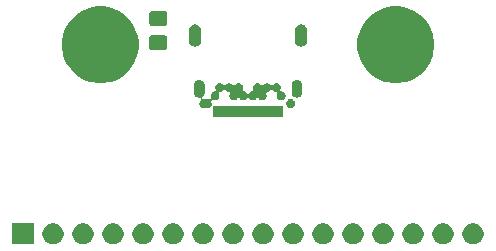
<source format=gbr>
G04 #@! TF.GenerationSoftware,KiCad,Pcbnew,(5.1.5)-3*
G04 #@! TF.CreationDate,2020-05-05T01:34:39+02:00*
G04 #@! TF.ProjectId,USB-C-USB-3.2,5553422d-432d-4555-9342-2d332e322e6b,rev?*
G04 #@! TF.SameCoordinates,Original*
G04 #@! TF.FileFunction,Soldermask,Top*
G04 #@! TF.FilePolarity,Negative*
%FSLAX46Y46*%
G04 Gerber Fmt 4.6, Leading zero omitted, Abs format (unit mm)*
G04 Created by KiCad (PCBNEW (5.1.5)-3) date 2020-05-05 01:34:39*
%MOMM*%
%LPD*%
G04 APERTURE LIST*
%ADD10C,0.100000*%
G04 APERTURE END LIST*
D10*
G36*
X66103512Y-76103927D02*
G01*
X66252812Y-76133624D01*
X66416784Y-76201544D01*
X66564354Y-76300147D01*
X66689853Y-76425646D01*
X66788456Y-76573216D01*
X66856376Y-76737188D01*
X66891000Y-76911259D01*
X66891000Y-77088741D01*
X66856376Y-77262812D01*
X66788456Y-77426784D01*
X66689853Y-77574354D01*
X66564354Y-77699853D01*
X66416784Y-77798456D01*
X66252812Y-77866376D01*
X66103512Y-77896073D01*
X66078742Y-77901000D01*
X65901258Y-77901000D01*
X65876488Y-77896073D01*
X65727188Y-77866376D01*
X65563216Y-77798456D01*
X65415646Y-77699853D01*
X65290147Y-77574354D01*
X65191544Y-77426784D01*
X65123624Y-77262812D01*
X65089000Y-77088741D01*
X65089000Y-76911259D01*
X65123624Y-76737188D01*
X65191544Y-76573216D01*
X65290147Y-76425646D01*
X65415646Y-76300147D01*
X65563216Y-76201544D01*
X65727188Y-76133624D01*
X65876488Y-76103927D01*
X65901258Y-76099000D01*
X66078742Y-76099000D01*
X66103512Y-76103927D01*
G37*
G36*
X86423512Y-76103927D02*
G01*
X86572812Y-76133624D01*
X86736784Y-76201544D01*
X86884354Y-76300147D01*
X87009853Y-76425646D01*
X87108456Y-76573216D01*
X87176376Y-76737188D01*
X87211000Y-76911259D01*
X87211000Y-77088741D01*
X87176376Y-77262812D01*
X87108456Y-77426784D01*
X87009853Y-77574354D01*
X86884354Y-77699853D01*
X86736784Y-77798456D01*
X86572812Y-77866376D01*
X86423512Y-77896073D01*
X86398742Y-77901000D01*
X86221258Y-77901000D01*
X86196488Y-77896073D01*
X86047188Y-77866376D01*
X85883216Y-77798456D01*
X85735646Y-77699853D01*
X85610147Y-77574354D01*
X85511544Y-77426784D01*
X85443624Y-77262812D01*
X85409000Y-77088741D01*
X85409000Y-76911259D01*
X85443624Y-76737188D01*
X85511544Y-76573216D01*
X85610147Y-76425646D01*
X85735646Y-76300147D01*
X85883216Y-76201544D01*
X86047188Y-76133624D01*
X86196488Y-76103927D01*
X86221258Y-76099000D01*
X86398742Y-76099000D01*
X86423512Y-76103927D01*
G37*
G36*
X64351000Y-77901000D02*
G01*
X62549000Y-77901000D01*
X62549000Y-76099000D01*
X64351000Y-76099000D01*
X64351000Y-77901000D01*
G37*
G36*
X101663512Y-76103927D02*
G01*
X101812812Y-76133624D01*
X101976784Y-76201544D01*
X102124354Y-76300147D01*
X102249853Y-76425646D01*
X102348456Y-76573216D01*
X102416376Y-76737188D01*
X102451000Y-76911259D01*
X102451000Y-77088741D01*
X102416376Y-77262812D01*
X102348456Y-77426784D01*
X102249853Y-77574354D01*
X102124354Y-77699853D01*
X101976784Y-77798456D01*
X101812812Y-77866376D01*
X101663512Y-77896073D01*
X101638742Y-77901000D01*
X101461258Y-77901000D01*
X101436488Y-77896073D01*
X101287188Y-77866376D01*
X101123216Y-77798456D01*
X100975646Y-77699853D01*
X100850147Y-77574354D01*
X100751544Y-77426784D01*
X100683624Y-77262812D01*
X100649000Y-77088741D01*
X100649000Y-76911259D01*
X100683624Y-76737188D01*
X100751544Y-76573216D01*
X100850147Y-76425646D01*
X100975646Y-76300147D01*
X101123216Y-76201544D01*
X101287188Y-76133624D01*
X101436488Y-76103927D01*
X101461258Y-76099000D01*
X101638742Y-76099000D01*
X101663512Y-76103927D01*
G37*
G36*
X96583512Y-76103927D02*
G01*
X96732812Y-76133624D01*
X96896784Y-76201544D01*
X97044354Y-76300147D01*
X97169853Y-76425646D01*
X97268456Y-76573216D01*
X97336376Y-76737188D01*
X97371000Y-76911259D01*
X97371000Y-77088741D01*
X97336376Y-77262812D01*
X97268456Y-77426784D01*
X97169853Y-77574354D01*
X97044354Y-77699853D01*
X96896784Y-77798456D01*
X96732812Y-77866376D01*
X96583512Y-77896073D01*
X96558742Y-77901000D01*
X96381258Y-77901000D01*
X96356488Y-77896073D01*
X96207188Y-77866376D01*
X96043216Y-77798456D01*
X95895646Y-77699853D01*
X95770147Y-77574354D01*
X95671544Y-77426784D01*
X95603624Y-77262812D01*
X95569000Y-77088741D01*
X95569000Y-76911259D01*
X95603624Y-76737188D01*
X95671544Y-76573216D01*
X95770147Y-76425646D01*
X95895646Y-76300147D01*
X96043216Y-76201544D01*
X96207188Y-76133624D01*
X96356488Y-76103927D01*
X96381258Y-76099000D01*
X96558742Y-76099000D01*
X96583512Y-76103927D01*
G37*
G36*
X94043512Y-76103927D02*
G01*
X94192812Y-76133624D01*
X94356784Y-76201544D01*
X94504354Y-76300147D01*
X94629853Y-76425646D01*
X94728456Y-76573216D01*
X94796376Y-76737188D01*
X94831000Y-76911259D01*
X94831000Y-77088741D01*
X94796376Y-77262812D01*
X94728456Y-77426784D01*
X94629853Y-77574354D01*
X94504354Y-77699853D01*
X94356784Y-77798456D01*
X94192812Y-77866376D01*
X94043512Y-77896073D01*
X94018742Y-77901000D01*
X93841258Y-77901000D01*
X93816488Y-77896073D01*
X93667188Y-77866376D01*
X93503216Y-77798456D01*
X93355646Y-77699853D01*
X93230147Y-77574354D01*
X93131544Y-77426784D01*
X93063624Y-77262812D01*
X93029000Y-77088741D01*
X93029000Y-76911259D01*
X93063624Y-76737188D01*
X93131544Y-76573216D01*
X93230147Y-76425646D01*
X93355646Y-76300147D01*
X93503216Y-76201544D01*
X93667188Y-76133624D01*
X93816488Y-76103927D01*
X93841258Y-76099000D01*
X94018742Y-76099000D01*
X94043512Y-76103927D01*
G37*
G36*
X91503512Y-76103927D02*
G01*
X91652812Y-76133624D01*
X91816784Y-76201544D01*
X91964354Y-76300147D01*
X92089853Y-76425646D01*
X92188456Y-76573216D01*
X92256376Y-76737188D01*
X92291000Y-76911259D01*
X92291000Y-77088741D01*
X92256376Y-77262812D01*
X92188456Y-77426784D01*
X92089853Y-77574354D01*
X91964354Y-77699853D01*
X91816784Y-77798456D01*
X91652812Y-77866376D01*
X91503512Y-77896073D01*
X91478742Y-77901000D01*
X91301258Y-77901000D01*
X91276488Y-77896073D01*
X91127188Y-77866376D01*
X90963216Y-77798456D01*
X90815646Y-77699853D01*
X90690147Y-77574354D01*
X90591544Y-77426784D01*
X90523624Y-77262812D01*
X90489000Y-77088741D01*
X90489000Y-76911259D01*
X90523624Y-76737188D01*
X90591544Y-76573216D01*
X90690147Y-76425646D01*
X90815646Y-76300147D01*
X90963216Y-76201544D01*
X91127188Y-76133624D01*
X91276488Y-76103927D01*
X91301258Y-76099000D01*
X91478742Y-76099000D01*
X91503512Y-76103927D01*
G37*
G36*
X88963512Y-76103927D02*
G01*
X89112812Y-76133624D01*
X89276784Y-76201544D01*
X89424354Y-76300147D01*
X89549853Y-76425646D01*
X89648456Y-76573216D01*
X89716376Y-76737188D01*
X89751000Y-76911259D01*
X89751000Y-77088741D01*
X89716376Y-77262812D01*
X89648456Y-77426784D01*
X89549853Y-77574354D01*
X89424354Y-77699853D01*
X89276784Y-77798456D01*
X89112812Y-77866376D01*
X88963512Y-77896073D01*
X88938742Y-77901000D01*
X88761258Y-77901000D01*
X88736488Y-77896073D01*
X88587188Y-77866376D01*
X88423216Y-77798456D01*
X88275646Y-77699853D01*
X88150147Y-77574354D01*
X88051544Y-77426784D01*
X87983624Y-77262812D01*
X87949000Y-77088741D01*
X87949000Y-76911259D01*
X87983624Y-76737188D01*
X88051544Y-76573216D01*
X88150147Y-76425646D01*
X88275646Y-76300147D01*
X88423216Y-76201544D01*
X88587188Y-76133624D01*
X88736488Y-76103927D01*
X88761258Y-76099000D01*
X88938742Y-76099000D01*
X88963512Y-76103927D01*
G37*
G36*
X99123512Y-76103927D02*
G01*
X99272812Y-76133624D01*
X99436784Y-76201544D01*
X99584354Y-76300147D01*
X99709853Y-76425646D01*
X99808456Y-76573216D01*
X99876376Y-76737188D01*
X99911000Y-76911259D01*
X99911000Y-77088741D01*
X99876376Y-77262812D01*
X99808456Y-77426784D01*
X99709853Y-77574354D01*
X99584354Y-77699853D01*
X99436784Y-77798456D01*
X99272812Y-77866376D01*
X99123512Y-77896073D01*
X99098742Y-77901000D01*
X98921258Y-77901000D01*
X98896488Y-77896073D01*
X98747188Y-77866376D01*
X98583216Y-77798456D01*
X98435646Y-77699853D01*
X98310147Y-77574354D01*
X98211544Y-77426784D01*
X98143624Y-77262812D01*
X98109000Y-77088741D01*
X98109000Y-76911259D01*
X98143624Y-76737188D01*
X98211544Y-76573216D01*
X98310147Y-76425646D01*
X98435646Y-76300147D01*
X98583216Y-76201544D01*
X98747188Y-76133624D01*
X98896488Y-76103927D01*
X98921258Y-76099000D01*
X99098742Y-76099000D01*
X99123512Y-76103927D01*
G37*
G36*
X81343512Y-76103927D02*
G01*
X81492812Y-76133624D01*
X81656784Y-76201544D01*
X81804354Y-76300147D01*
X81929853Y-76425646D01*
X82028456Y-76573216D01*
X82096376Y-76737188D01*
X82131000Y-76911259D01*
X82131000Y-77088741D01*
X82096376Y-77262812D01*
X82028456Y-77426784D01*
X81929853Y-77574354D01*
X81804354Y-77699853D01*
X81656784Y-77798456D01*
X81492812Y-77866376D01*
X81343512Y-77896073D01*
X81318742Y-77901000D01*
X81141258Y-77901000D01*
X81116488Y-77896073D01*
X80967188Y-77866376D01*
X80803216Y-77798456D01*
X80655646Y-77699853D01*
X80530147Y-77574354D01*
X80431544Y-77426784D01*
X80363624Y-77262812D01*
X80329000Y-77088741D01*
X80329000Y-76911259D01*
X80363624Y-76737188D01*
X80431544Y-76573216D01*
X80530147Y-76425646D01*
X80655646Y-76300147D01*
X80803216Y-76201544D01*
X80967188Y-76133624D01*
X81116488Y-76103927D01*
X81141258Y-76099000D01*
X81318742Y-76099000D01*
X81343512Y-76103927D01*
G37*
G36*
X78803512Y-76103927D02*
G01*
X78952812Y-76133624D01*
X79116784Y-76201544D01*
X79264354Y-76300147D01*
X79389853Y-76425646D01*
X79488456Y-76573216D01*
X79556376Y-76737188D01*
X79591000Y-76911259D01*
X79591000Y-77088741D01*
X79556376Y-77262812D01*
X79488456Y-77426784D01*
X79389853Y-77574354D01*
X79264354Y-77699853D01*
X79116784Y-77798456D01*
X78952812Y-77866376D01*
X78803512Y-77896073D01*
X78778742Y-77901000D01*
X78601258Y-77901000D01*
X78576488Y-77896073D01*
X78427188Y-77866376D01*
X78263216Y-77798456D01*
X78115646Y-77699853D01*
X77990147Y-77574354D01*
X77891544Y-77426784D01*
X77823624Y-77262812D01*
X77789000Y-77088741D01*
X77789000Y-76911259D01*
X77823624Y-76737188D01*
X77891544Y-76573216D01*
X77990147Y-76425646D01*
X78115646Y-76300147D01*
X78263216Y-76201544D01*
X78427188Y-76133624D01*
X78576488Y-76103927D01*
X78601258Y-76099000D01*
X78778742Y-76099000D01*
X78803512Y-76103927D01*
G37*
G36*
X76263512Y-76103927D02*
G01*
X76412812Y-76133624D01*
X76576784Y-76201544D01*
X76724354Y-76300147D01*
X76849853Y-76425646D01*
X76948456Y-76573216D01*
X77016376Y-76737188D01*
X77051000Y-76911259D01*
X77051000Y-77088741D01*
X77016376Y-77262812D01*
X76948456Y-77426784D01*
X76849853Y-77574354D01*
X76724354Y-77699853D01*
X76576784Y-77798456D01*
X76412812Y-77866376D01*
X76263512Y-77896073D01*
X76238742Y-77901000D01*
X76061258Y-77901000D01*
X76036488Y-77896073D01*
X75887188Y-77866376D01*
X75723216Y-77798456D01*
X75575646Y-77699853D01*
X75450147Y-77574354D01*
X75351544Y-77426784D01*
X75283624Y-77262812D01*
X75249000Y-77088741D01*
X75249000Y-76911259D01*
X75283624Y-76737188D01*
X75351544Y-76573216D01*
X75450147Y-76425646D01*
X75575646Y-76300147D01*
X75723216Y-76201544D01*
X75887188Y-76133624D01*
X76036488Y-76103927D01*
X76061258Y-76099000D01*
X76238742Y-76099000D01*
X76263512Y-76103927D01*
G37*
G36*
X73723512Y-76103927D02*
G01*
X73872812Y-76133624D01*
X74036784Y-76201544D01*
X74184354Y-76300147D01*
X74309853Y-76425646D01*
X74408456Y-76573216D01*
X74476376Y-76737188D01*
X74511000Y-76911259D01*
X74511000Y-77088741D01*
X74476376Y-77262812D01*
X74408456Y-77426784D01*
X74309853Y-77574354D01*
X74184354Y-77699853D01*
X74036784Y-77798456D01*
X73872812Y-77866376D01*
X73723512Y-77896073D01*
X73698742Y-77901000D01*
X73521258Y-77901000D01*
X73496488Y-77896073D01*
X73347188Y-77866376D01*
X73183216Y-77798456D01*
X73035646Y-77699853D01*
X72910147Y-77574354D01*
X72811544Y-77426784D01*
X72743624Y-77262812D01*
X72709000Y-77088741D01*
X72709000Y-76911259D01*
X72743624Y-76737188D01*
X72811544Y-76573216D01*
X72910147Y-76425646D01*
X73035646Y-76300147D01*
X73183216Y-76201544D01*
X73347188Y-76133624D01*
X73496488Y-76103927D01*
X73521258Y-76099000D01*
X73698742Y-76099000D01*
X73723512Y-76103927D01*
G37*
G36*
X71183512Y-76103927D02*
G01*
X71332812Y-76133624D01*
X71496784Y-76201544D01*
X71644354Y-76300147D01*
X71769853Y-76425646D01*
X71868456Y-76573216D01*
X71936376Y-76737188D01*
X71971000Y-76911259D01*
X71971000Y-77088741D01*
X71936376Y-77262812D01*
X71868456Y-77426784D01*
X71769853Y-77574354D01*
X71644354Y-77699853D01*
X71496784Y-77798456D01*
X71332812Y-77866376D01*
X71183512Y-77896073D01*
X71158742Y-77901000D01*
X70981258Y-77901000D01*
X70956488Y-77896073D01*
X70807188Y-77866376D01*
X70643216Y-77798456D01*
X70495646Y-77699853D01*
X70370147Y-77574354D01*
X70271544Y-77426784D01*
X70203624Y-77262812D01*
X70169000Y-77088741D01*
X70169000Y-76911259D01*
X70203624Y-76737188D01*
X70271544Y-76573216D01*
X70370147Y-76425646D01*
X70495646Y-76300147D01*
X70643216Y-76201544D01*
X70807188Y-76133624D01*
X70956488Y-76103927D01*
X70981258Y-76099000D01*
X71158742Y-76099000D01*
X71183512Y-76103927D01*
G37*
G36*
X68643512Y-76103927D02*
G01*
X68792812Y-76133624D01*
X68956784Y-76201544D01*
X69104354Y-76300147D01*
X69229853Y-76425646D01*
X69328456Y-76573216D01*
X69396376Y-76737188D01*
X69431000Y-76911259D01*
X69431000Y-77088741D01*
X69396376Y-77262812D01*
X69328456Y-77426784D01*
X69229853Y-77574354D01*
X69104354Y-77699853D01*
X68956784Y-77798456D01*
X68792812Y-77866376D01*
X68643512Y-77896073D01*
X68618742Y-77901000D01*
X68441258Y-77901000D01*
X68416488Y-77896073D01*
X68267188Y-77866376D01*
X68103216Y-77798456D01*
X67955646Y-77699853D01*
X67830147Y-77574354D01*
X67731544Y-77426784D01*
X67663624Y-77262812D01*
X67629000Y-77088741D01*
X67629000Y-76911259D01*
X67663624Y-76737188D01*
X67731544Y-76573216D01*
X67830147Y-76425646D01*
X67955646Y-76300147D01*
X68103216Y-76201544D01*
X68267188Y-76133624D01*
X68416488Y-76103927D01*
X68441258Y-76099000D01*
X68618742Y-76099000D01*
X68643512Y-76103927D01*
G37*
G36*
X83883512Y-76103927D02*
G01*
X84032812Y-76133624D01*
X84196784Y-76201544D01*
X84344354Y-76300147D01*
X84469853Y-76425646D01*
X84568456Y-76573216D01*
X84636376Y-76737188D01*
X84671000Y-76911259D01*
X84671000Y-77088741D01*
X84636376Y-77262812D01*
X84568456Y-77426784D01*
X84469853Y-77574354D01*
X84344354Y-77699853D01*
X84196784Y-77798456D01*
X84032812Y-77866376D01*
X83883512Y-77896073D01*
X83858742Y-77901000D01*
X83681258Y-77901000D01*
X83656488Y-77896073D01*
X83507188Y-77866376D01*
X83343216Y-77798456D01*
X83195646Y-77699853D01*
X83070147Y-77574354D01*
X82971544Y-77426784D01*
X82903624Y-77262812D01*
X82869000Y-77088741D01*
X82869000Y-76911259D01*
X82903624Y-76737188D01*
X82971544Y-76573216D01*
X83070147Y-76425646D01*
X83195646Y-76300147D01*
X83343216Y-76201544D01*
X83507188Y-76133624D01*
X83656488Y-76103927D01*
X83681258Y-76099000D01*
X83858742Y-76099000D01*
X83883512Y-76103927D01*
G37*
G36*
X79532894Y-66219000D02*
G01*
X85451000Y-66219000D01*
X85451000Y-67121000D01*
X79549000Y-67121000D01*
X79549000Y-66294008D01*
X79546598Y-66269622D01*
X79539485Y-66246173D01*
X79527934Y-66224562D01*
X79522049Y-66217391D01*
X79532894Y-66219000D01*
G37*
G36*
X86209672Y-65598449D02*
G01*
X86209674Y-65598450D01*
X86209675Y-65598450D01*
X86278103Y-65626793D01*
X86339686Y-65667942D01*
X86392058Y-65720314D01*
X86433207Y-65781897D01*
X86441233Y-65801275D01*
X86461551Y-65850328D01*
X86476000Y-65922966D01*
X86476000Y-65997034D01*
X86468705Y-66033709D01*
X86461550Y-66069675D01*
X86433207Y-66138103D01*
X86392058Y-66199686D01*
X86339686Y-66252058D01*
X86278103Y-66293207D01*
X86209675Y-66321550D01*
X86209674Y-66321550D01*
X86209672Y-66321551D01*
X86137034Y-66336000D01*
X86062966Y-66336000D01*
X85990328Y-66321551D01*
X85990326Y-66321550D01*
X85990325Y-66321550D01*
X85921897Y-66293207D01*
X85860314Y-66252058D01*
X85807942Y-66199686D01*
X85766793Y-66138103D01*
X85738450Y-66069675D01*
X85731296Y-66033709D01*
X85724000Y-65997034D01*
X85724000Y-65922966D01*
X85738449Y-65850328D01*
X85758767Y-65801275D01*
X85766793Y-65781897D01*
X85807942Y-65720314D01*
X85860314Y-65667942D01*
X85921897Y-65626793D01*
X85990325Y-65598450D01*
X85990326Y-65598450D01*
X85990328Y-65598449D01*
X86062966Y-65584000D01*
X86137034Y-65584000D01*
X86209672Y-65598449D01*
G37*
G36*
X78458410Y-63965525D02*
G01*
X78543426Y-63991314D01*
X78621775Y-64033193D01*
X78690449Y-64089551D01*
X78746807Y-64158225D01*
X78788686Y-64236574D01*
X78814475Y-64321590D01*
X78821000Y-64387842D01*
X78821000Y-65032158D01*
X78814475Y-65098410D01*
X78788686Y-65183426D01*
X78746807Y-65261775D01*
X78690449Y-65330448D01*
X78651546Y-65362374D01*
X78634219Y-65379701D01*
X78620605Y-65400075D01*
X78611227Y-65422714D01*
X78606446Y-65446747D01*
X78606446Y-65471251D01*
X78611226Y-65495285D01*
X78620603Y-65517924D01*
X78634216Y-65538298D01*
X78651543Y-65555625D01*
X78671917Y-65569239D01*
X78694556Y-65578617D01*
X78718589Y-65583398D01*
X78730843Y-65584000D01*
X79068472Y-65584000D01*
X79123710Y-65589440D01*
X79196825Y-65611620D01*
X79220858Y-65616401D01*
X79245362Y-65616401D01*
X79269396Y-65611621D01*
X79292035Y-65602244D01*
X79312409Y-65588630D01*
X79329736Y-65571303D01*
X79343350Y-65550929D01*
X79352727Y-65528290D01*
X79357508Y-65504257D01*
X79357508Y-65479753D01*
X79352728Y-65455719D01*
X79348595Y-65444169D01*
X79338449Y-65419674D01*
X79324000Y-65347034D01*
X79324000Y-65272966D01*
X79338449Y-65200328D01*
X79345450Y-65183425D01*
X79366793Y-65131897D01*
X79407942Y-65070314D01*
X79460314Y-65017942D01*
X79521897Y-64976793D01*
X79590325Y-64948450D01*
X79590324Y-64948450D01*
X79590327Y-64948449D01*
X79665338Y-64933528D01*
X79688786Y-64926415D01*
X79710397Y-64914864D01*
X79729339Y-64899318D01*
X79744884Y-64880376D01*
X79756435Y-64858766D01*
X79763548Y-64835317D01*
X79765950Y-64810931D01*
X79763548Y-64786544D01*
X79756435Y-64763096D01*
X79738449Y-64719674D01*
X79724000Y-64647034D01*
X79724000Y-64572966D01*
X79738449Y-64500328D01*
X79738450Y-64500325D01*
X79766793Y-64431897D01*
X79807942Y-64370314D01*
X79860314Y-64317942D01*
X79921897Y-64276793D01*
X79990325Y-64248450D01*
X79990326Y-64248450D01*
X79990328Y-64248449D01*
X80062966Y-64234000D01*
X80137034Y-64234000D01*
X80209672Y-64248449D01*
X80209674Y-64248450D01*
X80209675Y-64248450D01*
X80278103Y-64276793D01*
X80339686Y-64317942D01*
X80392058Y-64370314D01*
X80396072Y-64376321D01*
X80411612Y-64395256D01*
X80430553Y-64410801D01*
X80452164Y-64422353D01*
X80475613Y-64429466D01*
X80499999Y-64431868D01*
X80524385Y-64429466D01*
X80547834Y-64422353D01*
X80569445Y-64410803D01*
X80588387Y-64395257D01*
X80603928Y-64376321D01*
X80607942Y-64370314D01*
X80660314Y-64317942D01*
X80721897Y-64276793D01*
X80790325Y-64248450D01*
X80790326Y-64248450D01*
X80790328Y-64248449D01*
X80862966Y-64234000D01*
X80937034Y-64234000D01*
X81009672Y-64248449D01*
X81009674Y-64248450D01*
X81009675Y-64248450D01*
X81078103Y-64276793D01*
X81139686Y-64317942D01*
X81192058Y-64370314D01*
X81196072Y-64376321D01*
X81211612Y-64395256D01*
X81230553Y-64410801D01*
X81252164Y-64422353D01*
X81275613Y-64429466D01*
X81299999Y-64431868D01*
X81324385Y-64429466D01*
X81347834Y-64422353D01*
X81369445Y-64410803D01*
X81388387Y-64395257D01*
X81403928Y-64376321D01*
X81407942Y-64370314D01*
X81460314Y-64317942D01*
X81521897Y-64276793D01*
X81590325Y-64248450D01*
X81590326Y-64248450D01*
X81590328Y-64248449D01*
X81662966Y-64234000D01*
X81737034Y-64234000D01*
X81809672Y-64248449D01*
X81809674Y-64248450D01*
X81809675Y-64248450D01*
X81878103Y-64276793D01*
X81939686Y-64317942D01*
X81992058Y-64370314D01*
X82033207Y-64431897D01*
X82061550Y-64500325D01*
X82061551Y-64500328D01*
X82076000Y-64572966D01*
X82076000Y-64647034D01*
X82061551Y-64719674D01*
X82043565Y-64763096D01*
X82036452Y-64786545D01*
X82034050Y-64810931D01*
X82036452Y-64835317D01*
X82043565Y-64858766D01*
X82055116Y-64880376D01*
X82070661Y-64899318D01*
X82089603Y-64914864D01*
X82111214Y-64926415D01*
X82134662Y-64933528D01*
X82209673Y-64948449D01*
X82209676Y-64948450D01*
X82209675Y-64948450D01*
X82278103Y-64976793D01*
X82339686Y-65017942D01*
X82392058Y-65070314D01*
X82396072Y-65076321D01*
X82411612Y-65095256D01*
X82430553Y-65110801D01*
X82452164Y-65122353D01*
X82475613Y-65129466D01*
X82499999Y-65131868D01*
X82524385Y-65129466D01*
X82547834Y-65122353D01*
X82569445Y-65110803D01*
X82588387Y-65095257D01*
X82603928Y-65076321D01*
X82607942Y-65070314D01*
X82660314Y-65017942D01*
X82721897Y-64976793D01*
X82790325Y-64948450D01*
X82790324Y-64948450D01*
X82790327Y-64948449D01*
X82865338Y-64933528D01*
X82888786Y-64926415D01*
X82910397Y-64914864D01*
X82929339Y-64899318D01*
X82944884Y-64880376D01*
X82956435Y-64858766D01*
X82963548Y-64835317D01*
X82965950Y-64810931D01*
X82963548Y-64786544D01*
X82956435Y-64763096D01*
X82938449Y-64719674D01*
X82924000Y-64647034D01*
X82924000Y-64572966D01*
X82938449Y-64500328D01*
X82938450Y-64500325D01*
X82966793Y-64431897D01*
X83007942Y-64370314D01*
X83060314Y-64317942D01*
X83121897Y-64276793D01*
X83190325Y-64248450D01*
X83190326Y-64248450D01*
X83190328Y-64248449D01*
X83262966Y-64234000D01*
X83337034Y-64234000D01*
X83409672Y-64248449D01*
X83409674Y-64248450D01*
X83409675Y-64248450D01*
X83478103Y-64276793D01*
X83539686Y-64317942D01*
X83592058Y-64370314D01*
X83596072Y-64376321D01*
X83611612Y-64395256D01*
X83630553Y-64410801D01*
X83652164Y-64422353D01*
X83675613Y-64429466D01*
X83699999Y-64431868D01*
X83724385Y-64429466D01*
X83747834Y-64422353D01*
X83769445Y-64410803D01*
X83788387Y-64395257D01*
X83803928Y-64376321D01*
X83807942Y-64370314D01*
X83860314Y-64317942D01*
X83921897Y-64276793D01*
X83990325Y-64248450D01*
X83990326Y-64248450D01*
X83990328Y-64248449D01*
X84062966Y-64234000D01*
X84137034Y-64234000D01*
X84209672Y-64248449D01*
X84209674Y-64248450D01*
X84209675Y-64248450D01*
X84278103Y-64276793D01*
X84339686Y-64317942D01*
X84392058Y-64370314D01*
X84396072Y-64376321D01*
X84411612Y-64395256D01*
X84430553Y-64410801D01*
X84452164Y-64422353D01*
X84475613Y-64429466D01*
X84499999Y-64431868D01*
X84524385Y-64429466D01*
X84547834Y-64422353D01*
X84569445Y-64410803D01*
X84588387Y-64395257D01*
X84603928Y-64376321D01*
X84607942Y-64370314D01*
X84660314Y-64317942D01*
X84721897Y-64276793D01*
X84790325Y-64248450D01*
X84790326Y-64248450D01*
X84790328Y-64248449D01*
X84862966Y-64234000D01*
X84937034Y-64234000D01*
X85009672Y-64248449D01*
X85009674Y-64248450D01*
X85009675Y-64248450D01*
X85078103Y-64276793D01*
X85139686Y-64317942D01*
X85192058Y-64370314D01*
X85233207Y-64431897D01*
X85261550Y-64500325D01*
X85261551Y-64500328D01*
X85276000Y-64572966D01*
X85276000Y-64647034D01*
X85261551Y-64719674D01*
X85243565Y-64763096D01*
X85236452Y-64786545D01*
X85234050Y-64810931D01*
X85236452Y-64835317D01*
X85243565Y-64858766D01*
X85255116Y-64880376D01*
X85270661Y-64899318D01*
X85289603Y-64914864D01*
X85311214Y-64926415D01*
X85334662Y-64933528D01*
X85409673Y-64948449D01*
X85409676Y-64948450D01*
X85409675Y-64948450D01*
X85478103Y-64976793D01*
X85539686Y-65017942D01*
X85592058Y-65070314D01*
X85633207Y-65131897D01*
X85654550Y-65183425D01*
X85661551Y-65200328D01*
X85676000Y-65272966D01*
X85676000Y-65347034D01*
X85672949Y-65362374D01*
X85661550Y-65419675D01*
X85633207Y-65488103D01*
X85592058Y-65549686D01*
X85539686Y-65602058D01*
X85478103Y-65643207D01*
X85409675Y-65671550D01*
X85409674Y-65671550D01*
X85409672Y-65671551D01*
X85337034Y-65686000D01*
X85262966Y-65686000D01*
X85190328Y-65671551D01*
X85190326Y-65671550D01*
X85190325Y-65671550D01*
X85121897Y-65643207D01*
X85060314Y-65602058D01*
X85007942Y-65549686D01*
X84966793Y-65488103D01*
X84938450Y-65419675D01*
X84927052Y-65362374D01*
X84924000Y-65347034D01*
X84924000Y-65272966D01*
X84938449Y-65200326D01*
X84956435Y-65156904D01*
X84963548Y-65133455D01*
X84965950Y-65109069D01*
X84963548Y-65084683D01*
X84956435Y-65061234D01*
X84944884Y-65039624D01*
X84929339Y-65020682D01*
X84910397Y-65005136D01*
X84888786Y-64993585D01*
X84865338Y-64986472D01*
X84790327Y-64971551D01*
X84780304Y-64967399D01*
X84721897Y-64943207D01*
X84660314Y-64902058D01*
X84607942Y-64849686D01*
X84603928Y-64843679D01*
X84588388Y-64824744D01*
X84569447Y-64809199D01*
X84547836Y-64797647D01*
X84524387Y-64790534D01*
X84500001Y-64788132D01*
X84475615Y-64790534D01*
X84452166Y-64797647D01*
X84430555Y-64809197D01*
X84411613Y-64824743D01*
X84396072Y-64843679D01*
X84392058Y-64849686D01*
X84339686Y-64902058D01*
X84278103Y-64943207D01*
X84219696Y-64967399D01*
X84209673Y-64971551D01*
X84134662Y-64986472D01*
X84111214Y-64993585D01*
X84089603Y-65005136D01*
X84070661Y-65020682D01*
X84055116Y-65039624D01*
X84043565Y-65061234D01*
X84036452Y-65084683D01*
X84034050Y-65109069D01*
X84036452Y-65133456D01*
X84043565Y-65156904D01*
X84061551Y-65200326D01*
X84076000Y-65272966D01*
X84076000Y-65347034D01*
X84072949Y-65362374D01*
X84061550Y-65419675D01*
X84033207Y-65488103D01*
X83992058Y-65549686D01*
X83939686Y-65602058D01*
X83878103Y-65643207D01*
X83809675Y-65671550D01*
X83809674Y-65671550D01*
X83809672Y-65671551D01*
X83737034Y-65686000D01*
X83662966Y-65686000D01*
X83590328Y-65671551D01*
X83590326Y-65671550D01*
X83590325Y-65671550D01*
X83521897Y-65643207D01*
X83460314Y-65602058D01*
X83407942Y-65549686D01*
X83403928Y-65543679D01*
X83388388Y-65524744D01*
X83369447Y-65509199D01*
X83347836Y-65497647D01*
X83324387Y-65490534D01*
X83300001Y-65488132D01*
X83275615Y-65490534D01*
X83252166Y-65497647D01*
X83230555Y-65509197D01*
X83211613Y-65524743D01*
X83196072Y-65543679D01*
X83192058Y-65549686D01*
X83139686Y-65602058D01*
X83078103Y-65643207D01*
X83009675Y-65671550D01*
X83009674Y-65671550D01*
X83009672Y-65671551D01*
X82937034Y-65686000D01*
X82862966Y-65686000D01*
X82790328Y-65671551D01*
X82790326Y-65671550D01*
X82790325Y-65671550D01*
X82721897Y-65643207D01*
X82660314Y-65602058D01*
X82607942Y-65549686D01*
X82603928Y-65543679D01*
X82588388Y-65524744D01*
X82569447Y-65509199D01*
X82547836Y-65497647D01*
X82524387Y-65490534D01*
X82500001Y-65488132D01*
X82475615Y-65490534D01*
X82452166Y-65497647D01*
X82430555Y-65509197D01*
X82411613Y-65524743D01*
X82396072Y-65543679D01*
X82392058Y-65549686D01*
X82339686Y-65602058D01*
X82278103Y-65643207D01*
X82209675Y-65671550D01*
X82209674Y-65671550D01*
X82209672Y-65671551D01*
X82137034Y-65686000D01*
X82062966Y-65686000D01*
X81990328Y-65671551D01*
X81990326Y-65671550D01*
X81990325Y-65671550D01*
X81921897Y-65643207D01*
X81860314Y-65602058D01*
X81807942Y-65549686D01*
X81803928Y-65543679D01*
X81788388Y-65524744D01*
X81769447Y-65509199D01*
X81747836Y-65497647D01*
X81724387Y-65490534D01*
X81700001Y-65488132D01*
X81675615Y-65490534D01*
X81652166Y-65497647D01*
X81630555Y-65509197D01*
X81611613Y-65524743D01*
X81596072Y-65543679D01*
X81592058Y-65549686D01*
X81539686Y-65602058D01*
X81478103Y-65643207D01*
X81409675Y-65671550D01*
X81409674Y-65671550D01*
X81409672Y-65671551D01*
X81337034Y-65686000D01*
X81262966Y-65686000D01*
X81190328Y-65671551D01*
X81190326Y-65671550D01*
X81190325Y-65671550D01*
X81121897Y-65643207D01*
X81060314Y-65602058D01*
X81007942Y-65549686D01*
X80966793Y-65488103D01*
X80938450Y-65419675D01*
X80927052Y-65362374D01*
X80924000Y-65347034D01*
X80924000Y-65272966D01*
X80938449Y-65200326D01*
X80956435Y-65156904D01*
X80963548Y-65133455D01*
X80965950Y-65109069D01*
X80963548Y-65084683D01*
X80956435Y-65061234D01*
X80944884Y-65039624D01*
X80929339Y-65020682D01*
X80910397Y-65005136D01*
X80888786Y-64993585D01*
X80865338Y-64986472D01*
X80790327Y-64971551D01*
X80780304Y-64967399D01*
X80721897Y-64943207D01*
X80660314Y-64902058D01*
X80607942Y-64849686D01*
X80603928Y-64843679D01*
X80588388Y-64824744D01*
X80569447Y-64809199D01*
X80547836Y-64797647D01*
X80524387Y-64790534D01*
X80500001Y-64788132D01*
X80475615Y-64790534D01*
X80452166Y-64797647D01*
X80430555Y-64809197D01*
X80411613Y-64824743D01*
X80396072Y-64843679D01*
X80392058Y-64849686D01*
X80339686Y-64902058D01*
X80278103Y-64943207D01*
X80219696Y-64967399D01*
X80209673Y-64971551D01*
X80134662Y-64986472D01*
X80111214Y-64993585D01*
X80089603Y-65005136D01*
X80070661Y-65020682D01*
X80055116Y-65039624D01*
X80043565Y-65061234D01*
X80036452Y-65084683D01*
X80034050Y-65109069D01*
X80036452Y-65133456D01*
X80043565Y-65156904D01*
X80061551Y-65200326D01*
X80076000Y-65272966D01*
X80076000Y-65347034D01*
X80072949Y-65362374D01*
X80061550Y-65419675D01*
X80033207Y-65488103D01*
X79992058Y-65549686D01*
X79939686Y-65602058D01*
X79878103Y-65643207D01*
X79809675Y-65671550D01*
X79809674Y-65671550D01*
X79809672Y-65671551D01*
X79737034Y-65686000D01*
X79662966Y-65686000D01*
X79590326Y-65671551D01*
X79565831Y-65661405D01*
X79542382Y-65654292D01*
X79517996Y-65651890D01*
X79493610Y-65654292D01*
X79470161Y-65661405D01*
X79448550Y-65672956D01*
X79429608Y-65688501D01*
X79414063Y-65707443D01*
X79402512Y-65729054D01*
X79395399Y-65752503D01*
X79392997Y-65776889D01*
X79395399Y-65801275D01*
X79398380Y-65813175D01*
X79420560Y-65886290D01*
X79427819Y-65960000D01*
X79420560Y-66033707D01*
X79413277Y-66057716D01*
X79408497Y-66081750D01*
X79408497Y-66106254D01*
X79413278Y-66130287D01*
X79422655Y-66152926D01*
X79434064Y-66170000D01*
X79424001Y-66169009D01*
X79399615Y-66171411D01*
X79376166Y-66178524D01*
X79354555Y-66190075D01*
X79335613Y-66205620D01*
X79327375Y-66214710D01*
X79317159Y-66227159D01*
X79259904Y-66274146D01*
X79194585Y-66309060D01*
X79123710Y-66330560D01*
X79068472Y-66336000D01*
X78731528Y-66336000D01*
X78676290Y-66330560D01*
X78605415Y-66309060D01*
X78540096Y-66274146D01*
X78482841Y-66227159D01*
X78435854Y-66169904D01*
X78400940Y-66104585D01*
X78379440Y-66033710D01*
X78372181Y-65960000D01*
X78379440Y-65886290D01*
X78400940Y-65815415D01*
X78435854Y-65750096D01*
X78482841Y-65692842D01*
X78497703Y-65680645D01*
X78515030Y-65663318D01*
X78528644Y-65642944D01*
X78538021Y-65620305D01*
X78542802Y-65596272D01*
X78542802Y-65571768D01*
X78538022Y-65547735D01*
X78528645Y-65525096D01*
X78515031Y-65504721D01*
X78497704Y-65487394D01*
X78477330Y-65473780D01*
X78454691Y-65464403D01*
X78430658Y-65459622D01*
X78406154Y-65459622D01*
X78370001Y-65463182D01*
X78370000Y-65463182D01*
X78361293Y-65462324D01*
X78281590Y-65454475D01*
X78196574Y-65428686D01*
X78118225Y-65386807D01*
X78049552Y-65330449D01*
X77993193Y-65261774D01*
X77951314Y-65183425D01*
X77925525Y-65098409D01*
X77919000Y-65032157D01*
X77919000Y-64387842D01*
X77925525Y-64321590D01*
X77951313Y-64236577D01*
X77993195Y-64158224D01*
X78049552Y-64089551D01*
X78118226Y-64033193D01*
X78196575Y-63991314D01*
X78281591Y-63965525D01*
X78370000Y-63956818D01*
X78458410Y-63965525D01*
G37*
G36*
X86718410Y-63965525D02*
G01*
X86803426Y-63991314D01*
X86881775Y-64033193D01*
X86950449Y-64089551D01*
X87006807Y-64158225D01*
X87048686Y-64236574D01*
X87074475Y-64321590D01*
X87081000Y-64387842D01*
X87081000Y-65032158D01*
X87074475Y-65098410D01*
X87048686Y-65183426D01*
X87006807Y-65261775D01*
X86950449Y-65330448D01*
X86881774Y-65386807D01*
X86803425Y-65428686D01*
X86718409Y-65454475D01*
X86630000Y-65463182D01*
X86541590Y-65454475D01*
X86456574Y-65428686D01*
X86378225Y-65386807D01*
X86309552Y-65330449D01*
X86253193Y-65261774D01*
X86211314Y-65183425D01*
X86185525Y-65098409D01*
X86179000Y-65032157D01*
X86179000Y-64387842D01*
X86185525Y-64321590D01*
X86211313Y-64236577D01*
X86253195Y-64158224D01*
X86309552Y-64089551D01*
X86378226Y-64033193D01*
X86456575Y-63991314D01*
X86541591Y-63965525D01*
X86630000Y-63956818D01*
X86718410Y-63965525D01*
G37*
G36*
X95634239Y-57811467D02*
G01*
X95948282Y-57873934D01*
X96539926Y-58119001D01*
X97072392Y-58474784D01*
X97525216Y-58927608D01*
X97880999Y-59460074D01*
X98126066Y-60051718D01*
X98158525Y-60214899D01*
X98251000Y-60679803D01*
X98251000Y-61320197D01*
X98188533Y-61634239D01*
X98126066Y-61948282D01*
X97880999Y-62539926D01*
X97525216Y-63072392D01*
X97072392Y-63525216D01*
X96539926Y-63880999D01*
X95948282Y-64126066D01*
X95634239Y-64188533D01*
X95320197Y-64251000D01*
X94679803Y-64251000D01*
X94365761Y-64188533D01*
X94051718Y-64126066D01*
X93460074Y-63880999D01*
X92927608Y-63525216D01*
X92474784Y-63072392D01*
X92119001Y-62539926D01*
X91873934Y-61948282D01*
X91811467Y-61634239D01*
X91749000Y-61320197D01*
X91749000Y-60679803D01*
X91841475Y-60214899D01*
X91873934Y-60051718D01*
X92119001Y-59460074D01*
X92474784Y-58927608D01*
X92927608Y-58474784D01*
X93460074Y-58119001D01*
X94051718Y-57873934D01*
X94365761Y-57811467D01*
X94679803Y-57749000D01*
X95320197Y-57749000D01*
X95634239Y-57811467D01*
G37*
G36*
X70634239Y-57811467D02*
G01*
X70948282Y-57873934D01*
X71539926Y-58119001D01*
X72072392Y-58474784D01*
X72525216Y-58927608D01*
X72880999Y-59460074D01*
X73126066Y-60051718D01*
X73158525Y-60214899D01*
X73251000Y-60679803D01*
X73251000Y-61320197D01*
X73188533Y-61634239D01*
X73126066Y-61948282D01*
X72880999Y-62539926D01*
X72525216Y-63072392D01*
X72072392Y-63525216D01*
X71539926Y-63880999D01*
X70948282Y-64126066D01*
X70634239Y-64188533D01*
X70320197Y-64251000D01*
X69679803Y-64251000D01*
X69365761Y-64188533D01*
X69051718Y-64126066D01*
X68460074Y-63880999D01*
X67927608Y-63525216D01*
X67474784Y-63072392D01*
X67119001Y-62539926D01*
X66873934Y-61948282D01*
X66811467Y-61634239D01*
X66749000Y-61320197D01*
X66749000Y-60679803D01*
X66841475Y-60214899D01*
X66873934Y-60051718D01*
X67119001Y-59460074D01*
X67474784Y-58927608D01*
X67927608Y-58474784D01*
X68460074Y-58119001D01*
X69051718Y-57873934D01*
X69365761Y-57811467D01*
X69679803Y-57749000D01*
X70320197Y-57749000D01*
X70634239Y-57811467D01*
G37*
G36*
X75488674Y-60203465D02*
G01*
X75526367Y-60214899D01*
X75561103Y-60233466D01*
X75591548Y-60258452D01*
X75616534Y-60288897D01*
X75635101Y-60323633D01*
X75646535Y-60361326D01*
X75651000Y-60406661D01*
X75651000Y-61243339D01*
X75646535Y-61288674D01*
X75635101Y-61326367D01*
X75616534Y-61361103D01*
X75591548Y-61391548D01*
X75561103Y-61416534D01*
X75526367Y-61435101D01*
X75488674Y-61446535D01*
X75443339Y-61451000D01*
X74356661Y-61451000D01*
X74311326Y-61446535D01*
X74273633Y-61435101D01*
X74238897Y-61416534D01*
X74208452Y-61391548D01*
X74183466Y-61361103D01*
X74164899Y-61326367D01*
X74153465Y-61288674D01*
X74149000Y-61243339D01*
X74149000Y-60406661D01*
X74153465Y-60361326D01*
X74164899Y-60323633D01*
X74183466Y-60288897D01*
X74208452Y-60258452D01*
X74238897Y-60233466D01*
X74273633Y-60214899D01*
X74311326Y-60203465D01*
X74356661Y-60199000D01*
X75443339Y-60199000D01*
X75488674Y-60203465D01*
G37*
G36*
X87093114Y-59256611D02*
G01*
X87192265Y-59286688D01*
X87283644Y-59335531D01*
X87363738Y-59401262D01*
X87429469Y-59481356D01*
X87478312Y-59572735D01*
X87508389Y-59671886D01*
X87516000Y-59749161D01*
X87516000Y-60650839D01*
X87508389Y-60728114D01*
X87478312Y-60827265D01*
X87429469Y-60918644D01*
X87363738Y-60998738D01*
X87283644Y-61064469D01*
X87192264Y-61113312D01*
X87093113Y-61143389D01*
X86990000Y-61153545D01*
X86886886Y-61143389D01*
X86787735Y-61113312D01*
X86696356Y-61064469D01*
X86616262Y-60998738D01*
X86550531Y-60918644D01*
X86501688Y-60827264D01*
X86471611Y-60728113D01*
X86464000Y-60650838D01*
X86464000Y-59749161D01*
X86471612Y-59671886D01*
X86501689Y-59572735D01*
X86550532Y-59481356D01*
X86616263Y-59401262D01*
X86696357Y-59335531D01*
X86787736Y-59286688D01*
X86886887Y-59256611D01*
X86990000Y-59246455D01*
X87093114Y-59256611D01*
G37*
G36*
X78113114Y-59256611D02*
G01*
X78212265Y-59286688D01*
X78303644Y-59335531D01*
X78383738Y-59401262D01*
X78449469Y-59481356D01*
X78498312Y-59572735D01*
X78528389Y-59671886D01*
X78536000Y-59749161D01*
X78536000Y-60650839D01*
X78528389Y-60728114D01*
X78498312Y-60827265D01*
X78449469Y-60918644D01*
X78383738Y-60998738D01*
X78303644Y-61064469D01*
X78212264Y-61113312D01*
X78113113Y-61143389D01*
X78010000Y-61153545D01*
X77906886Y-61143389D01*
X77807735Y-61113312D01*
X77716356Y-61064469D01*
X77636262Y-60998738D01*
X77570531Y-60918644D01*
X77521688Y-60827264D01*
X77491611Y-60728113D01*
X77484000Y-60650838D01*
X77484000Y-59749161D01*
X77491612Y-59671886D01*
X77521689Y-59572735D01*
X77570532Y-59481356D01*
X77636263Y-59401262D01*
X77716357Y-59335531D01*
X77807736Y-59286688D01*
X77906887Y-59256611D01*
X78010000Y-59246455D01*
X78113114Y-59256611D01*
G37*
G36*
X75488674Y-58153465D02*
G01*
X75526367Y-58164899D01*
X75561103Y-58183466D01*
X75591548Y-58208452D01*
X75616534Y-58238897D01*
X75635101Y-58273633D01*
X75646535Y-58311326D01*
X75651000Y-58356661D01*
X75651000Y-59193339D01*
X75646535Y-59238674D01*
X75635101Y-59276367D01*
X75616534Y-59311103D01*
X75591548Y-59341548D01*
X75561103Y-59366534D01*
X75526367Y-59385101D01*
X75488674Y-59396535D01*
X75443339Y-59401000D01*
X74356661Y-59401000D01*
X74311326Y-59396535D01*
X74273633Y-59385101D01*
X74238897Y-59366534D01*
X74208452Y-59341548D01*
X74183466Y-59311103D01*
X74164899Y-59276367D01*
X74153465Y-59238674D01*
X74149000Y-59193339D01*
X74149000Y-58356661D01*
X74153465Y-58311326D01*
X74164899Y-58273633D01*
X74183466Y-58238897D01*
X74208452Y-58208452D01*
X74238897Y-58183466D01*
X74273633Y-58164899D01*
X74311326Y-58153465D01*
X74356661Y-58149000D01*
X75443339Y-58149000D01*
X75488674Y-58153465D01*
G37*
M02*

</source>
